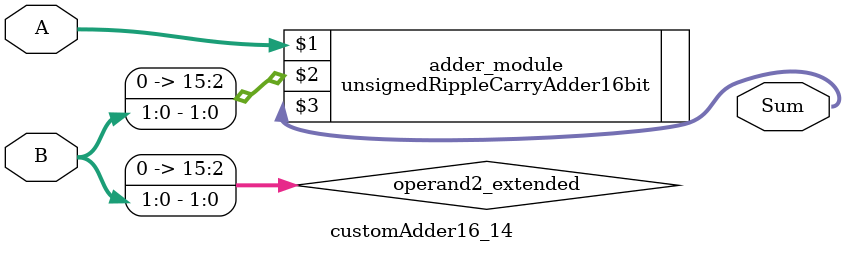
<source format=v>

module customAdder16_14(
                    input [15 : 0] A,
                    input [1 : 0] B,
                    
                    output [16 : 0] Sum
            );

    wire [15 : 0] operand2_extended;
    
    assign operand2_extended =  {14'b0, B};
    
    unsignedRippleCarryAdder16bit adder_module(
        A,
        operand2_extended,
        Sum
    );
    
endmodule
        
</source>
